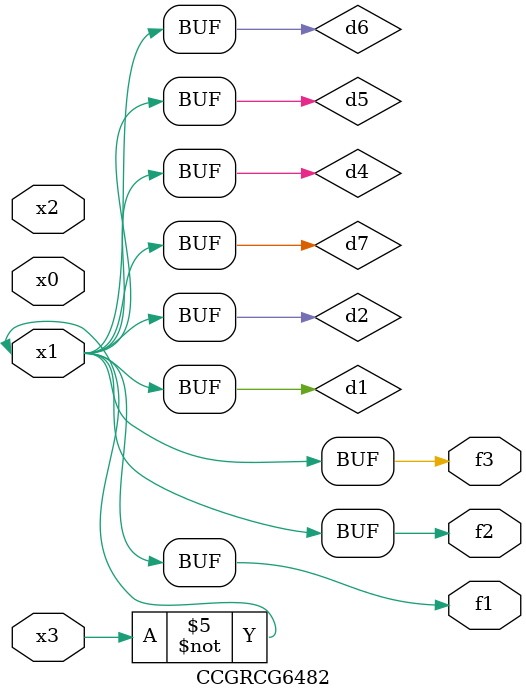
<source format=v>
module CCGRCG6482(
	input x0, x1, x2, x3,
	output f1, f2, f3
);

	wire d1, d2, d3, d4, d5, d6, d7;

	not (d1, x3);
	buf (d2, x1);
	xnor (d3, d1, d2);
	nor (d4, d1);
	buf (d5, d1, d2);
	buf (d6, d4, d5);
	nand (d7, d4);
	assign f1 = d6;
	assign f2 = d7;
	assign f3 = d6;
endmodule

</source>
